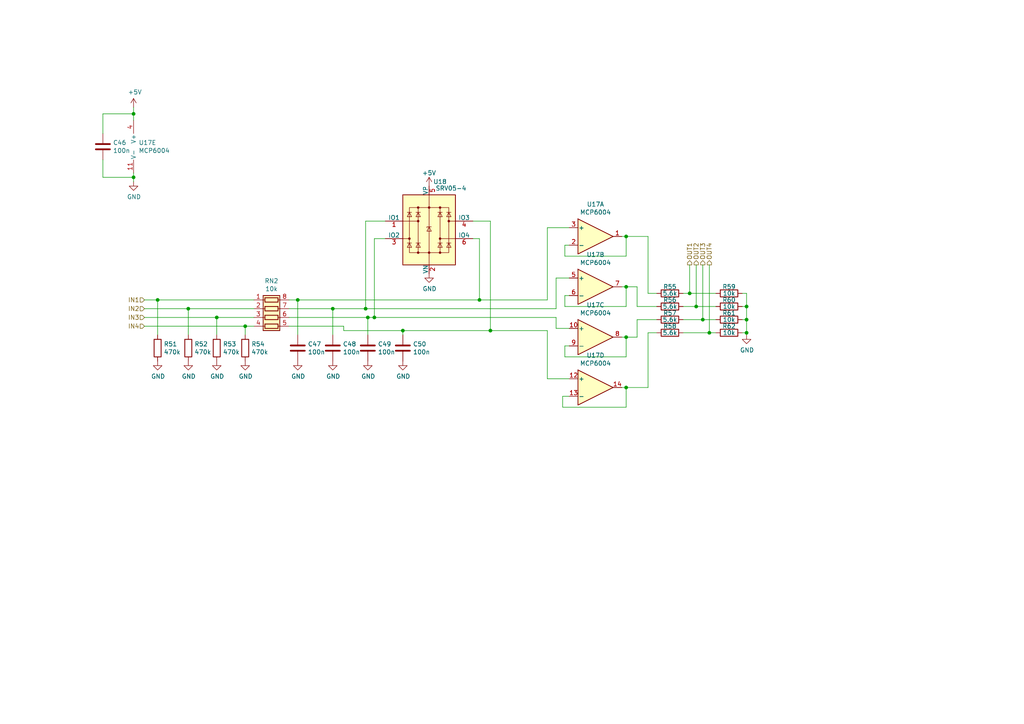
<source format=kicad_sch>
(kicad_sch (version 20230121) (generator eeschema)
  (paper "A4")
  (title_block (title "Polygonus") (date "2023-03-15") (rev "v0.7") (comment 2 "rusefi.com/s/proteus"))
  (lib_symbols
    (symbol "Amplifier_Operational:MCP6004" (pin_names (offset 0.127))
      (property "Reference" "U" (at 0 5.08 0))
      (property "Value" "MCP6004" (at 0 -5.08 0))
      (symbol "MCP6004_1_1"
        (polyline (pts (xy -5.08 5.08) (xy 5.08 0) (xy -5.08 -5.08) (xy -5.08 5.08)) (stroke (width 0.254)) (fill (type background)))
        (pin output line (at 7.62 0 180) (length 2.54) (name "~") (number "1"))
        (pin input line (at -7.62 -2.54 0) (length 2.54) (name "-") (number "2"))
        (pin input line (at -7.62 2.54 0) (length 2.54) (name "+") (number "3"))
      )
      (symbol "MCP6004_2_1"
        (polyline (pts (xy -5.08 5.08) (xy 5.08 0) (xy -5.08 -5.08) (xy -5.08 5.08)) (stroke (width 0.254)) (fill (type background)))
        (pin input line (at -7.62 2.54 0) (length 2.54) (name "+") (number "5"))
        (pin input line (at -7.62 -2.54 0) (length 2.54) (name "-") (number "6"))
        (pin output line (at 7.62 0 180) (length 2.54) (name "~") (number "7"))
      )
      (symbol "MCP6004_3_1"
        (polyline (pts (xy -5.08 5.08) (xy 5.08 0) (xy -5.08 -5.08) (xy -5.08 5.08)) (stroke (width 0.254)) (fill (type background)))
        (pin input line (at -7.62 2.54 0) (length 2.54) (name "+") (number "10"))
        (pin output line (at 7.62 0 180) (length 2.54) (name "~") (number "8"))
        (pin input line (at -7.62 -2.54 0) (length 2.54) (name "-") (number "9"))
      )
      (symbol "MCP6004_4_1"
        (polyline (pts (xy -5.08 5.08) (xy 5.08 0) (xy -5.08 -5.08) (xy -5.08 5.08)) (stroke (width 0.254)) (fill (type background)))
        (pin input line (at -7.62 2.54 0) (length 2.54) (name "+") (number "12"))
        (pin input line (at -7.62 -2.54 0) (length 2.54) (name "-") (number "13"))
        (pin output line (at 7.62 0 180) (length 2.54) (name "~") (number "14"))
      )
      (symbol "MCP6004_5_1"
        (pin power_in line (at -2.54 -7.62 90) (length 3.81) (name "V-") (number "11"))
        (pin power_in line (at -2.54 7.62 270) (length 3.81) (name "V+") (number "4"))
      )
    )
    (symbol "Device:C" (pin_numbers hide) (pin_names (offset 0.254))
      (property "Reference" "C" (at 0.635 2.54 0))
      (property "Value" "C" (at 0.635 -2.54 0))
      (symbol "C_0_1"
        (polyline (pts (xy -2.032 -0.762) (xy 2.032 -0.762)) (stroke (width 0.508)))
        (polyline (pts (xy -2.032 0.762) (xy 2.032 0.762)) (stroke (width 0.508)))
      )
      (symbol "C_1_1"
        (pin passive line (at 0 3.81 270) (length 2.794) (name "~") (number "1"))
        (pin passive line (at 0 -3.81 90) (length 2.794) (name "~") (number "2"))
      )
    )
    (symbol "Device:R" (pin_numbers hide) (pin_names (offset 0))
      (property "Reference" "R" (at 2.032 0 90))
      (property "Value" "R" (at 0 0 90))
      (symbol "R_0_1"
        (rectangle (start -1.016 -2.54) (end 1.016 2.54) (stroke (width 0.254)))
      )
      (symbol "R_1_1"
        (pin passive line (at 0 3.81 270) (length 1.27) (name "~") (number "1"))
        (pin passive line (at 0 -3.81 90) (length 1.27) (name "~") (number "2"))
      )
    )
    (symbol "Device:R_Pack04" (pin_names (offset 0) hide)
      (property "Reference" "RN" (at -7.62 0 90))
      (property "Value" "R_Pack04" (at 5.08 0 90))
      (symbol "R_Pack04_0_1"
        (rectangle (start -6.35 -2.413) (end 3.81 2.413) (stroke (width 0.254)) (fill (type background)))
        (rectangle (start -5.715 1.905) (end -4.445 -1.905) (stroke (width 0.254)))
        (rectangle (start -3.175 1.905) (end -1.905 -1.905) (stroke (width 0.254)))
        (rectangle (start -0.635 1.905) (end 0.635 -1.905) (stroke (width 0.254)))
        (polyline (pts (xy -5.08 -2.54) (xy -5.08 -1.905)))
        (polyline (pts (xy -5.08 1.905) (xy -5.08 2.54)))
        (polyline (pts (xy -2.54 -2.54) (xy -2.54 -1.905)))
        (polyline (pts (xy -2.54 1.905) (xy -2.54 2.54)))
        (polyline (pts (xy 0 -2.54) (xy 0 -1.905)))
        (polyline (pts (xy 0 1.905) (xy 0 2.54)))
        (polyline (pts (xy 2.54 -2.54) (xy 2.54 -1.905)))
        (polyline (pts (xy 2.54 1.905) (xy 2.54 2.54)))
        (rectangle (start 1.905 1.905) (end 3.175 -1.905) (stroke (width 0.254)))
      )
      (symbol "R_Pack04_1_1"
        (pin passive line (at -5.08 -5.08 90) (length 2.54) (name "R1.1") (number "1"))
        (pin passive line (at -2.54 -5.08 90) (length 2.54) (name "R2.1") (number "2"))
        (pin passive line (at 0 -5.08 90) (length 2.54) (name "R3.1") (number "3"))
        (pin passive line (at 2.54 -5.08 90) (length 2.54) (name "R4.1") (number "4"))
        (pin passive line (at 2.54 5.08 270) (length 2.54) (name "R4.2") (number "5"))
        (pin passive line (at 0 5.08 270) (length 2.54) (name "R3.2") (number "6"))
        (pin passive line (at -2.54 5.08 270) (length 2.54) (name "R2.2") (number "7"))
        (pin passive line (at -5.08 5.08 270) (length 2.54) (name "R1.2") (number "8"))
      )
    )
    (symbol "Power_Protection:SRV05-4" (pin_names (offset 0))
      (property "Reference" "U" (at -5.08 11.43 0))
      (property "Value" "SRV05-4" (at 2.54 11.43 0))
      (symbol "SRV05-4_0_0"
        (rectangle (start -5.715 6.477) (end 5.715 -6.604))
        (polyline (pts (xy -3.175 -6.604) (xy -3.175 6.477)))
        (polyline (pts (xy 3.175 6.477) (xy 3.175 -6.604)))
      )
      (symbol "SRV05-4_0_1"
        (rectangle (start -7.62 10.16) (end 7.62 -10.16) (stroke (width 0.254)) (fill (type background)))
        (circle (center -5.715 -2.54) (radius 0.2794) (fill (type outline)))
        (circle (center -3.175 -6.604) (radius 0.2794) (fill (type outline)))
        (circle (center -3.175 2.54) (radius 0.2794) (fill (type outline)))
        (circle (center -3.175 6.477) (radius 0.2794) (fill (type outline)))
        (circle (center 0 -6.604) (radius 0.2794) (fill (type outline)))
        (polyline (pts (xy -7.747 2.54) (xy -3.175 2.54)))
        (polyline (pts (xy -7.62 -2.54) (xy -5.715 -2.54)))
        (polyline (pts (xy -5.08 -3.81) (xy -6.35 -3.81)))
        (polyline (pts (xy -5.08 5.08) (xy -6.35 5.08)))
        (polyline (pts (xy -2.54 -3.81) (xy -3.81 -3.81)))
        (polyline (pts (xy -2.54 5.08) (xy -3.81 5.08)))
        (polyline (pts (xy 0 10.16) (xy 0 -10.16)))
        (polyline (pts (xy 3.81 -3.81) (xy 2.54 -3.81)))
        (polyline (pts (xy 3.81 5.08) (xy 2.54 5.08)))
        (polyline (pts (xy 6.35 -3.81) (xy 5.08 -3.81)))
        (polyline (pts (xy 6.35 5.08) (xy 5.08 5.08)))
        (polyline (pts (xy 7.62 -2.54) (xy 3.175 -2.54)))
        (polyline (pts (xy 7.62 2.54) (xy 5.715 2.54)))
        (polyline (pts (xy 0.635 0.889) (xy -0.635 0.889) (xy -0.635 0.635)))
        (polyline (pts (xy -5.08 -5.08) (xy -6.35 -5.08) (xy -5.715 -3.81) (xy -5.08 -5.08)))
        (polyline (pts (xy -5.08 3.81) (xy -6.35 3.81) (xy -5.715 5.08) (xy -5.08 3.81)))
        (polyline (pts (xy -2.54 -5.08) (xy -3.81 -5.08) (xy -3.175 -3.81) (xy -2.54 -5.08)))
        (polyline (pts (xy -2.54 3.81) (xy -3.81 3.81) (xy -3.175 5.08) (xy -2.54 3.81)))
        (polyline (pts (xy 0.635 -0.381) (xy -0.635 -0.381) (xy 0 0.889) (xy 0.635 -0.381)))
        (polyline (pts (xy 3.81 -5.08) (xy 2.54 -5.08) (xy 3.175 -3.81) (xy 3.81 -5.08)))
        (polyline (pts (xy 3.81 3.81) (xy 2.54 3.81) (xy 3.175 5.08) (xy 3.81 3.81)))
        (polyline (pts (xy 6.35 -5.08) (xy 5.08 -5.08) (xy 5.715 -3.81) (xy 6.35 -5.08)))
        (polyline (pts (xy 6.35 3.81) (xy 5.08 3.81) (xy 5.715 5.08) (xy 6.35 3.81)))
        (circle (center 0 6.477) (radius 0.2794) (fill (type outline)))
        (circle (center 3.175 -6.604) (radius 0.2794) (fill (type outline)))
        (circle (center 3.175 -2.54) (radius 0.2794) (fill (type outline)))
        (circle (center 3.175 6.477) (radius 0.2794) (fill (type outline)))
        (circle (center 5.715 2.54) (radius 0.2794) (fill (type outline)))
      )
      (symbol "SRV05-4_1_1"
        (pin passive line (at -12.7 2.54 0) (length 5.08) (name "IO1") (number "1"))
        (pin passive line (at 0 -12.7 90) (length 2.54) (name "VN") (number "2"))
        (pin passive line (at -12.7 -2.54 0) (length 5.08) (name "IO2") (number "3"))
        (pin passive line (at 12.7 2.54 180) (length 5.08) (name "IO3") (number "4"))
        (pin passive line (at 0 12.7 270) (length 2.54) (name "VP") (number "5"))
        (pin passive line (at 12.7 -2.54 180) (length 5.08) (name "IO4") (number "6"))
      )
    )
    (symbol "power:+5V" (power) (pin_names (offset 0))
      (property "Value" "+5V" (at 0 3.556 0))
      (symbol "+5V_0_1"
        (polyline (pts (xy -0.762 1.27) (xy 0 2.54)))
        (polyline (pts (xy 0 0) (xy 0 2.54)))
        (polyline (pts (xy 0 2.54) (xy 0.762 1.27)))
      )
      (symbol "+5V_1_1"
        (pin power_in line (at 0 0 90) (length 0) hide (name "+5V") (number "1"))
      )
    )
    (symbol "power:GND" (power) (pin_names (offset 0))
      (property "Value" "GND" (at 0 -3.81 0))
      (symbol "GND_0_1"
        (polyline (pts (xy 0 0) (xy 0 -1.27) (xy 1.27 -1.27) (xy 0 -2.54) (xy -1.27 -1.27) (xy 0 -1.27)))
      )
      (symbol "GND_1_1"
        (pin power_in line (at 0 0 270) (length 0) hide (name "GND") (number "1"))
      )
    )
  )
  (junction (at 54.61 89.535))
  (junction (at 139.065 86.995))
  (junction (at 203.835 92.71))
  (junction (at 106.68 92.075))
  (junction (at 181.61 68.58))
  (junction (at 142.24 95.885))
  (junction (at 201.93 88.9))
  (junction (at 181.61 112.395))
  (junction (at 216.535 96.52))
  (junction (at 86.36 86.995))
  (junction (at 116.84 95.885))
  (junction (at 205.74 96.52))
  (junction (at 38.735 33.02))
  (junction (at 181.61 97.79))
  (junction (at 71.12 94.615))
  (junction (at 38.735 51.435))
  (junction (at 62.865 92.075))
  (junction (at 108.585 92.075))
  (junction (at 106.045 89.535))
  (junction (at 216.535 88.9))
  (junction (at 181.61 83.185))
  (junction (at 45.72 86.995))
  (junction (at 216.535 92.71))
  (junction (at 96.52 89.535))
  (junction (at 200.025 85.09))
  (wire (pts (xy 216.535 92.71) (xy 215.265 92.71)))
  (wire (pts (xy 216.535 96.52) (xy 216.535 92.71)))
  (wire (pts (xy 184.785 83.185) (xy 184.785 88.9)))
  (wire (pts (xy 207.645 88.9) (xy 201.93 88.9)))
  (wire (pts (xy 181.61 88.9) (xy 181.61 83.185)))
  (wire (pts (xy 165.1 80.645) (xy 161.29 80.645)))
  (wire (pts (xy 203.835 92.71) (xy 207.645 92.71)))
  (wire (pts (xy 187.96 112.395) (xy 181.61 112.395)))
  (wire (pts (xy 163.83 85.725) (xy 163.83 88.9)))
  (wire (pts (xy 99.695 94.615) (xy 99.695 95.885)))
  (wire (pts (xy 201.93 88.9) (xy 198.12 88.9)))
  (wire (pts (xy 71.12 97.155) (xy 71.12 94.615)))
  (wire (pts (xy 190.5 85.09) (xy 187.96 85.09)))
  (wire (pts (xy 181.61 68.58) (xy 180.34 68.58)))
  (wire (pts (xy 83.82 92.075) (xy 106.68 92.075)))
  (wire (pts (xy 38.735 52.705) (xy 38.735 51.435)))
  (wire (pts (xy 106.045 89.535) (xy 161.29 89.535)))
  (wire (pts (xy 198.12 85.09) (xy 200.025 85.09)))
  (wire (pts (xy 38.735 51.435) (xy 38.735 50.165)))
  (wire (pts (xy 161.29 92.075) (xy 161.29 95.25)))
  (wire (pts (xy 181.61 74.295) (xy 181.61 68.58)))
  (wire (pts (xy 163.195 114.935) (xy 163.195 118.11)))
  (wire (pts (xy 205.74 96.52) (xy 198.12 96.52)))
  (wire (pts (xy 41.91 86.995) (xy 45.72 86.995)))
  (wire (pts (xy 161.29 95.25) (xy 165.1 95.25)))
  (wire (pts (xy 181.61 112.395) (xy 180.34 112.395)))
  (wire (pts (xy 187.96 68.58) (xy 181.61 68.58)))
  (wire (pts (xy 142.24 95.885) (xy 158.75 95.885)))
  (wire (pts (xy 158.75 86.995) (xy 158.75 66.04)))
  (wire (pts (xy 54.61 89.535) (xy 41.91 89.535)))
  (wire (pts (xy 71.12 94.615) (xy 41.91 94.615)))
  (wire (pts (xy 163.83 71.12) (xy 163.83 74.295)))
  (wire (pts (xy 158.75 109.855) (xy 165.1 109.855)))
  (wire (pts (xy 181.61 97.79) (xy 184.785 97.79)))
  (wire (pts (xy 71.12 94.615) (xy 73.66 94.615)))
  (wire (pts (xy 45.72 86.995) (xy 45.72 97.155)))
  (wire (pts (xy 216.535 96.52) (xy 215.265 96.52)))
  (wire (pts (xy 181.61 118.11) (xy 181.61 112.395)))
  (wire (pts (xy 216.535 88.9) (xy 215.265 88.9)))
  (wire (pts (xy 106.68 92.075) (xy 108.585 92.075)))
  (wire (pts (xy 106.045 64.135) (xy 106.045 89.535)))
  (wire (pts (xy 62.865 92.075) (xy 62.865 97.155)))
  (wire (pts (xy 200.025 85.09) (xy 200.025 76.835)))
  (wire (pts (xy 73.66 92.075) (xy 62.865 92.075)))
  (wire (pts (xy 108.585 69.215) (xy 108.585 92.075)))
  (wire (pts (xy 187.96 96.52) (xy 187.96 112.395)))
  (wire (pts (xy 181.61 83.185) (xy 184.785 83.185)))
  (wire (pts (xy 163.195 118.11) (xy 181.61 118.11)))
  (wire (pts (xy 38.735 51.435) (xy 29.845 51.435)))
  (wire (pts (xy 198.12 92.71) (xy 203.835 92.71)))
  (wire (pts (xy 99.695 95.885) (xy 116.84 95.885)))
  (wire (pts (xy 181.61 103.505) (xy 181.61 97.79)))
  (wire (pts (xy 137.16 64.135) (xy 142.24 64.135)))
  (wire (pts (xy 184.785 88.9) (xy 190.5 88.9)))
  (wire (pts (xy 86.36 86.995) (xy 83.82 86.995)))
  (wire (pts (xy 38.735 31.115) (xy 38.735 33.02)))
  (wire (pts (xy 139.065 86.995) (xy 158.75 86.995)))
  (wire (pts (xy 54.61 97.155) (xy 54.61 89.535)))
  (wire (pts (xy 45.72 86.995) (xy 73.66 86.995)))
  (wire (pts (xy 96.52 89.535) (xy 96.52 97.155)))
  (wire (pts (xy 38.735 33.02) (xy 38.735 34.925)))
  (wire (pts (xy 29.845 33.02) (xy 38.735 33.02)))
  (wire (pts (xy 216.535 92.71) (xy 216.535 88.9)))
  (wire (pts (xy 207.645 96.52) (xy 205.74 96.52)))
  (wire (pts (xy 158.75 95.885) (xy 158.75 109.855)))
  (wire (pts (xy 29.845 38.735) (xy 29.845 33.02)))
  (wire (pts (xy 200.025 85.09) (xy 207.645 85.09)))
  (wire (pts (xy 161.29 80.645) (xy 161.29 89.535)))
  (wire (pts (xy 86.36 97.155) (xy 86.36 86.995)))
  (wire (pts (xy 108.585 92.075) (xy 161.29 92.075)))
  (wire (pts (xy 137.16 69.215) (xy 139.065 69.215)))
  (wire (pts (xy 184.785 97.79) (xy 184.785 92.71)))
  (wire (pts (xy 41.91 92.075) (xy 62.865 92.075)))
  (wire (pts (xy 54.61 89.535) (xy 73.66 89.535)))
  (wire (pts (xy 139.065 69.215) (xy 139.065 86.995)))
  (wire (pts (xy 165.1 71.12) (xy 163.83 71.12)))
  (wire (pts (xy 106.68 92.075) (xy 106.68 97.155)))
  (wire (pts (xy 163.83 100.33) (xy 163.83 103.505)))
  (wire (pts (xy 83.82 94.615) (xy 99.695 94.615)))
  (wire (pts (xy 111.76 64.135) (xy 106.045 64.135)))
  (wire (pts (xy 165.1 85.725) (xy 163.83 85.725)))
  (wire (pts (xy 96.52 89.535) (xy 106.045 89.535)))
  (wire (pts (xy 163.83 88.9) (xy 181.61 88.9)))
  (wire (pts (xy 215.265 85.09) (xy 216.535 85.09)))
  (wire (pts (xy 201.93 76.835) (xy 201.93 88.9)))
  (wire (pts (xy 205.74 96.52) (xy 205.74 76.835)))
  (wire (pts (xy 165.1 114.935) (xy 163.195 114.935)))
  (wire (pts (xy 29.845 51.435) (xy 29.845 46.355)))
  (wire (pts (xy 203.835 76.835) (xy 203.835 92.71)))
  (wire (pts (xy 181.61 83.185) (xy 180.34 83.185)))
  (wire (pts (xy 187.96 85.09) (xy 187.96 68.58)))
  (wire (pts (xy 163.83 103.505) (xy 181.61 103.505)))
  (wire (pts (xy 181.61 97.79) (xy 180.34 97.79)))
  (wire (pts (xy 216.535 97.155) (xy 216.535 96.52)))
  (wire (pts (xy 158.75 66.04) (xy 165.1 66.04)))
  (wire (pts (xy 116.84 95.885) (xy 142.24 95.885)))
  (wire (pts (xy 116.84 97.155) (xy 116.84 95.885)))
  (wire (pts (xy 165.1 100.33) (xy 163.83 100.33)))
  (wire (pts (xy 83.82 89.535) (xy 96.52 89.535)))
  (wire (pts (xy 184.785 92.71) (xy 190.5 92.71)))
  (wire (pts (xy 111.76 69.215) (xy 108.585 69.215)))
  (wire (pts (xy 163.83 74.295) (xy 181.61 74.295)))
  (wire (pts (xy 86.36 86.995) (xy 139.065 86.995)))
  (wire (pts (xy 190.5 96.52) (xy 187.96 96.52)))
  (wire (pts (xy 142.24 64.135) (xy 142.24 95.885)))
  (wire (pts (xy 216.535 85.09) (xy 216.535 88.9)))
  (hierarchical_label "OUT1" (shape output) (at 200.025 76.835 90))
  (hierarchical_label "OUT4" (shape output) (at 205.74 76.835 90))
  (hierarchical_label "OUT2" (shape output) (at 201.93 76.835 90))
  (hierarchical_label "IN2" (shape input) (at 41.91 89.535 180))
  (hierarchical_label "OUT3" (shape output) (at 203.835 76.835 90))
  (hierarchical_label "IN3" (shape input) (at 41.91 92.075 180))
  (hierarchical_label "IN1" (shape input) (at 41.91 86.995 180))
  (hierarchical_label "IN4" (shape input) (at 41.91 94.615 180))
  (symbol (lib_id "Amplifier_Operational:MCP6004") (at 172.72 68.58 0) (unit 1)
    (property "Reference" "U17" (at 172.72 59.2582 0))
    (property "Value" "MCP6004" (at 172.72 61.5696 0))
    (property "Footprint" "Package_SO:TSSOP-14_4.4x5mm_P0.65mm" (effects hide))
    (property "Datasheet" "http://ww1.microchip.com/downloads/en/DeviceDoc/21733j.pdf" (effects hide))
    (property "PN" "MCP6004T-I/ST" (effects hide))
    (property "LCSC" "C50282" (effects hide))
    (property "LCSC_ext" "1" (effects hide))
    (property "possible_not_ext" "1" (effects hide))
    (instances (project "polygonus-Shortage-Version" (path "" (reference "U17") (unit 1)) (path "" (reference "U19") (unit 1)) (path "" (reference "U21") (unit 1))))
  )
  (symbol (lib_id "Amplifier_Operational:MCP6004") (at 172.72 83.185 0) (unit 2)
    (property "Reference" "U17" (at 172.72 73.8632 0))
    (property "Value" "MCP6004" (at 172.72 76.1746 0))
    (property "Footprint" "Package_SO:TSSOP-14_4.4x5mm_P0.65mm" (effects hide))
    (property "Datasheet" "http://ww1.microchip.com/downloads/en/DeviceDoc/21733j.pdf" (effects hide))
    (property "PN" "MCP6004T-I/ST" (effects hide))
    (property "LCSC" "C50282" (effects hide))
    (property "LCSC_ext" "1" (effects hide))
    (property "possible_not_ext" "1" (effects hide))
    (instances (project "polygonus-Shortage-Version" (path "" (reference "U17") (unit 2)) (path "" (reference "U19") (unit 2)) (path "" (reference "U21") (unit 2))))
  )
  (symbol (lib_id "Amplifier_Operational:MCP6004") (at 172.72 97.79 0) (unit 3)
    (property "Reference" "U17" (at 172.72 88.4682 0))
    (property "Value" "MCP6004" (at 172.72 90.7796 0))
    (property "Footprint" "Package_SO:TSSOP-14_4.4x5mm_P0.65mm" (effects hide))
    (property "Datasheet" "http://ww1.microchip.com/downloads/en/DeviceDoc/21733j.pdf" (effects hide))
    (property "PN" "MCP6004T-I/ST" (effects hide))
    (property "LCSC" "C50282" (effects hide))
    (property "LCSC_ext" "1" (effects hide))
    (property "possible_not_ext" "1" (effects hide))
    (instances (project "polygonus-Shortage-Version" (path "" (reference "U17") (unit 3)) (path "" (reference "U19") (unit 3)) (path "" (reference "U21") (unit 3))))
  )
  (symbol (lib_id "Amplifier_Operational:MCP6004") (at 172.72 112.395 0) (unit 4)
    (property "Reference" "U17" (at 172.72 103.0732 0))
    (property "Value" "MCP6004" (at 172.72 105.3846 0))
    (property "Footprint" "Package_SO:TSSOP-14_4.4x5mm_P0.65mm" (effects hide))
    (property "Datasheet" "http://ww1.microchip.com/downloads/en/DeviceDoc/21733j.pdf" (effects hide))
    (property "PN" "MCP6004T-I/ST" (effects hide))
    (property "LCSC" "C50282" (effects hide))
    (property "LCSC_ext" "1" (effects hide))
    (property "possible_not_ext" "1" (effects hide))
    (instances (project "polygonus-Shortage-Version" (path "" (reference "U17") (unit 4)) (path "" (reference "U19") (unit 4)) (path "" (reference "U21") (unit 4))))
  )
  (symbol (lib_id "Device:R") (at 54.61 100.965 0) (unit 1)
    (property "Reference" "R52" (at 56.388 99.7966 0) (effects (justify left)))
    (property "Value" "470k" (at 56.388 102.108 0) (effects (justify left)))
    (property "Footprint" "Resistor_SMD:R_0402_1005Metric" (effects hide))
    (property "LCSC" "C25790" (effects hide))
    (property "LCSC_ext" "0" (effects hide))
    (instances (project "polygonus-Shortage-Version" (path "" (reference "R52") (unit 1)) (path "" (reference "R64") (unit 1)) (path "" (reference "R76") (unit 1))))
  )
  (symbol (lib_id "Device:R") (at 62.865 100.965 0) (unit 1)
    (property "Reference" "R53" (at 64.643 99.7966 0) (effects (justify left)))
    (property "Value" "470k" (at 64.643 102.108 0) (effects (justify left)))
    (property "Footprint" "Resistor_SMD:R_0402_1005Metric" (effects hide))
    (property "LCSC" "C25790" (effects hide))
    (property "LCSC_ext" "0" (effects hide))
    (instances (project "polygonus-Shortage-Version" (path "" (reference "R53") (unit 1)) (path "" (reference "R65") (unit 1)) (path "" (reference "R77") (unit 1))))
  )
  (symbol (lib_id "Device:R") (at 71.12 100.965 0) (unit 1)
    (property "Reference" "R54" (at 72.898 99.7966 0) (effects (justify left)))
    (property "Value" "470k" (at 72.898 102.108 0) (effects (justify left)))
    (property "Footprint" "Resistor_SMD:R_0402_1005Metric" (effects hide))
    (property "LCSC" "C25790" (effects hide))
    (property "LCSC_ext" "0" (effects hide))
    (instances (project "polygonus-Shortage-Version" (path "" (reference "R54") (unit 1)) (path "" (reference "R66") (unit 1)) (path "" (reference "R78") (unit 1))))
  )
  (symbol (lib_id "power:GND") (at 45.72 104.775 0) (unit 1)
    (property "Reference" "#PWR0105" (effects hide))
    (property "Value" "GND" (at 45.847 109.1692 0))
    (instances (project "polygonus-Shortage-Version" (path "" (reference "#PWR0105") (unit 1)) (path "" (reference "#PWR0118") (unit 1)) (path "" (reference "#PWR0131") (unit 1))))
  )
  (symbol (lib_id "power:GND") (at 54.61 104.775 0) (unit 1)
    (property "Reference" "#PWR0106" (effects hide))
    (property "Value" "GND" (at 54.737 109.1692 0))
    (instances (project "polygonus-Shortage-Version" (path "" (reference "#PWR0106") (unit 1)) (path "" (reference "#PWR0119") (unit 1)) (path "" (reference "#PWR0132") (unit 1))))
  )
  (symbol (lib_id "power:GND") (at 62.865 104.775 0) (unit 1)
    (property "Reference" "#PWR0107" (effects hide))
    (property "Value" "GND" (at 62.992 109.1692 0))
    (instances (project "polygonus-Shortage-Version" (path "" (reference "#PWR0107") (unit 1)) (path "" (reference "#PWR0120") (unit 1)) (path "" (reference "#PWR0133") (unit 1))))
  )
  (symbol (lib_id "power:GND") (at 71.12 104.775 0) (unit 1)
    (property "Reference" "#PWR0108" (effects hide))
    (property "Value" "GND" (at 71.247 109.1692 0))
    (instances (project "polygonus-Shortage-Version" (path "" (reference "#PWR0108") (unit 1)) (path "" (reference "#PWR0121") (unit 1)) (path "" (reference "#PWR0134") (unit 1))))
  )
  (symbol (lib_id "power:GND") (at 86.36 104.775 0) (unit 1)
    (property "Reference" "#PWR0109" (effects hide))
    (property "Value" "GND" (at 86.487 109.1692 0))
    (instances (project "polygonus-Shortage-Version" (path "" (reference "#PWR0109") (unit 1)) (path "" (reference "#PWR0122") (unit 1)) (path "" (reference "#PWR0135") (unit 1))))
  )
  (symbol (lib_id "power:GND") (at 96.52 104.775 0) (unit 1)
    (property "Reference" "#PWR0110" (effects hide))
    (property "Value" "GND" (at 96.647 109.1692 0))
    (instances (project "polygonus-Shortage-Version" (path "" (reference "#PWR0110") (unit 1)) (path "" (reference "#PWR0123") (unit 1)) (path "" (reference "#PWR0136") (unit 1))))
  )
  (symbol (lib_id "Amplifier_Operational:MCP6004") (at 41.275 42.545 0) (unit 5)
    (property "Reference" "U17" (at 40.2082 41.3766 0) (effects (justify left)))
    (property "Value" "MCP6004" (at 40.2082 43.688 0) (effects (justify left)))
    (property "Footprint" "Package_SO:TSSOP-14_4.4x5mm_P0.65mm" (effects hide))
    (property "Datasheet" "http://ww1.microchip.com/downloads/en/DeviceDoc/21733j.pdf" (effects hide))
    (property "PN" "MCP6004T-I/ST" (effects hide))
    (property "LCSC" "C50282" (effects hide))
    (property "LCSC_ext" "1" (effects hide))
    (property "possible_not_ext" "1" (effects hide))
    (instances (project "polygonus-Shortage-Version" (path "" (reference "U17") (unit 5)) (path "" (reference "U19") (unit 5)) (path "" (reference "U21") (unit 5))))
  )
  (symbol (lib_id "Device:R_Pack04") (at 78.74 92.075 270) (unit 1)
    (property "Reference" "RN2" (at 78.74 81.4832 90))
    (property "Value" "10k" (at 78.74 83.7946 90))
    (property "Footprint" "Resistor_SMD:R_Array_Convex_4x0603" (effects hide))
    (property "PN" "CAT16-1002F4LF" (effects hide))
    (property "LCSC" "C29718" (effects hide))
    (property "LCSC_ext" "0" (effects hide))
    (instances (project "polygonus-Shortage-Version" (path "" (reference "RN2") (unit 1)) (path "" (reference "RN3") (unit 1)) (path "" (reference "RN4") (unit 1))))
  )
  (symbol (lib_id "Device:R") (at 45.72 100.965 0) (unit 1)
    (property "Reference" "R51" (at 47.498 99.7966 0) (effects (justify left)))
    (property "Value" "470k" (at 47.498 102.108 0) (effects (justify left)))
    (property "Footprint" "Resistor_SMD:R_0402_1005Metric" (effects hide))
    (property "LCSC" "C25790" (effects hide))
    (property "LCSC_ext" "0" (effects hide))
    (instances (project "polygonus-Shortage-Version" (path "" (reference "R51") (unit 1)) (path "" (reference "R63") (unit 1)) (path "" (reference "R75") (unit 1))))
  )
  (symbol (lib_id "Device:C") (at 29.845 42.545 0) (unit 1)
    (property "Reference" "C46" (at 32.766 41.3766 0) (effects (justify left)))
    (property "Value" "100n" (at 32.766 43.688 0) (effects (justify left)))
    (property "Footprint" "Capacitor_SMD:C_0603_1608Metric" (effects hide))
    (property "LCSC" "C14663" (effects hide))
    (property "LCSC_ext" "0" (effects hide))
    (instances (project "polygonus-Shortage-Version" (path "" (reference "C46") (unit 1)) (path "" (reference "C51") (unit 1)) (path "" (reference "C56") (unit 1))))
  )
  (symbol (lib_id "power:GND") (at 38.735 52.705 0) (unit 1)
    (property "Reference" "#PWR0104" (effects hide))
    (property "Value" "GND" (at 38.862 57.0992 0))
    (instances (project "polygonus-Shortage-Version" (path "" (reference "#PWR0104") (unit 1)) (path "" (reference "#PWR0117") (unit 1)) (path "" (reference "#PWR0130") (unit 1))))
  )
  (symbol (lib_id "power:GND") (at 106.68 104.775 0) (unit 1)
    (property "Reference" "#PWR0111" (effects hide))
    (property "Value" "GND" (at 106.807 109.1692 0))
    (instances (project "polygonus-Shortage-Version" (path "" (reference "#PWR0111") (unit 1)) (path "" (reference "#PWR0124") (unit 1)) (path "" (reference "#PWR0137") (unit 1))))
  )
  (symbol (lib_id "power:GND") (at 116.84 104.775 0) (unit 1)
    (property "Reference" "#PWR0112" (effects hide))
    (property "Value" "GND" (at 116.967 109.1692 0))
    (instances (project "polygonus-Shortage-Version" (path "" (reference "#PWR0112") (unit 1)) (path "" (reference "#PWR0125") (unit 1)) (path "" (reference "#PWR0138") (unit 1))))
  )
  (symbol (lib_id "power:GND") (at 216.535 97.155 0) (unit 1)
    (property "Reference" "#PWR0115" (effects hide))
    (property "Value" "GND" (at 216.662 101.5492 0))
    (instances (project "polygonus-Shortage-Version" (path "" (reference "#PWR0115") (unit 1)) (path "" (reference "#PWR0128") (unit 1)) (path "" (reference "#PWR0141") (unit 1))))
  )
  (symbol (lib_id "power:+5V") (at 38.735 31.115 0) (unit 1)
    (property "Reference" "#PWR0103" (effects hide))
    (property "Value" "+5V" (at 39.116 26.7208 0))
    (instances (project "polygonus-Shortage-Version" (path "" (reference "#PWR0103") (unit 1)) (path "" (reference "#PWR0116") (unit 1)) (path "" (reference "#PWR0129") (unit 1))))
  )
  (symbol (lib_id "Device:R") (at 194.31 85.09 270) (unit 1)
    (property "Reference" "R55" (at 194.31 83.185 90))
    (property "Value" "5.6k" (at 194.31 85.09 90))
    (property "Footprint" "Resistor_SMD:R_0402_1005Metric" (effects hide))
    (property "LCSC" "C25908" (effects hide))
    (property "LCSC_ext" "0" (effects hide))
    (instances (project "polygonus-Shortage-Version" (path "" (reference "R55") (unit 1)) (path "" (reference "R67") (unit 1)) (path "" (reference "R79") (unit 1))))
  )
  (symbol (lib_id "Device:R") (at 194.31 88.9 270) (unit 1)
    (property "Reference" "R56" (at 194.31 86.995 90))
    (property "Value" "5.6k" (at 194.31 88.9 90))
    (property "Footprint" "Resistor_SMD:R_0402_1005Metric" (effects hide))
    (property "LCSC" "C25908" (effects hide))
    (property "LCSC_ext" "0" (effects hide))
    (instances (project "polygonus-Shortage-Version" (path "" (reference "R56") (unit 1)) (path "" (reference "R68") (unit 1)) (path "" (reference "R80") (unit 1))))
  )
  (symbol (lib_id "Device:R") (at 194.31 92.71 270) (unit 1)
    (property "Reference" "R57" (at 194.31 90.805 90))
    (property "Value" "5.6k" (at 194.31 92.71 90))
    (property "Footprint" "Resistor_SMD:R_0402_1005Metric" (effects hide))
    (property "LCSC" "C25908" (effects hide))
    (property "LCSC_ext" "0" (effects hide))
    (instances (project "polygonus-Shortage-Version" (path "" (reference "R57") (unit 1)) (path "" (reference "R69") (unit 1)) (path "" (reference "R81") (unit 1))))
  )
  (symbol (lib_id "Device:R") (at 194.31 96.52 270) (unit 1)
    (property "Reference" "R58" (at 194.31 94.615 90))
    (property "Value" "5.6k" (at 194.31 96.52 90))
    (property "Footprint" "Resistor_SMD:R_0402_1005Metric" (effects hide))
    (property "LCSC" "C25908" (effects hide))
    (property "LCSC_ext" "0" (effects hide))
    (instances (project "polygonus-Shortage-Version" (path "" (reference "R58") (unit 1)) (path "" (reference "R70") (unit 1)) (path "" (reference "R82") (unit 1))))
  )
  (symbol (lib_id "Device:R") (at 211.455 85.09 270) (unit 1)
    (property "Reference" "R59" (at 211.455 83.185 90))
    (property "Value" "10k" (at 211.455 85.09 90))
    (property "Footprint" "Resistor_SMD:R_0402_1005Metric" (effects hide))
    (property "LCSC" "C25744" (effects hide))
    (property "LCSC_ext" "0" (effects hide))
    (instances (project "polygonus-Shortage-Version" (path "" (reference "R59") (unit 1)) (path "" (reference "R71") (unit 1)) (path "" (reference "R83") (unit 1))))
  )
  (symbol (lib_id "Device:R") (at 211.455 88.9 270) (unit 1)
    (property "Reference" "R60" (at 211.455 86.995 90))
    (property "Value" "10k" (at 211.455 88.9 90))
    (property "Footprint" "Resistor_SMD:R_0402_1005Metric" (effects hide))
    (property "LCSC" "C25744" (effects hide))
    (property "LCSC_ext" "0" (effects hide))
    (instances (project "polygonus-Shortage-Version" (path "" (reference "R60") (unit 1)) (path "" (reference "R72") (unit 1)) (path "" (reference "R84") (unit 1))))
  )
  (symbol (lib_id "Device:R") (at 211.455 92.71 270) (unit 1)
    (property "Reference" "R61" (at 211.455 90.805 90))
    (property "Value" "10k" (at 211.455 92.71 90))
    (property "Footprint" "Resistor_SMD:R_0402_1005Metric" (effects hide))
    (property "LCSC" "C25744" (effects hide))
    (property "LCSC_ext" "0" (effects hide))
    (instances (project "polygonus-Shortage-Version" (path "" (reference "R61") (unit 1)) (path "" (reference "R73") (unit 1)) (path "" (reference "R85") (unit 1))))
  )
  (symbol (lib_id "Device:R") (at 211.455 96.52 270) (unit 1)
    (property "Reference" "R62" (at 211.455 94.615 90))
    (property "Value" "10k" (at 211.455 96.52 90))
    (property "Footprint" "Resistor_SMD:R_0402_1005Metric" (effects hide))
    (property "LCSC" "C25744" (effects hide))
    (property "LCSC_ext" "0" (effects hide))
    (instances (project "polygonus-Shortage-Version" (path "" (reference "R62") (unit 1)) (path "" (reference "R74") (unit 1)) (path "" (reference "R86") (unit 1))))
  )
  (symbol (lib_id "Device:C") (at 86.36 100.965 0) (unit 1)
    (property "Reference" "C47" (at 89.281 99.7966 0) (effects (justify left)))
    (property "Value" "100n" (at 89.281 102.108 0) (effects (justify left)))
    (property "Footprint" "Capacitor_SMD:C_0402_1005Metric" (effects hide))
    (property "LCSC" "C1525" (effects hide))
    (property "LCSC_ext" "0" (effects hide))
    (instances (project "polygonus-Shortage-Version" (path "" (reference "C47") (unit 1)) (path "" (reference "C52") (unit 1)) (path "" (reference "C57") (unit 1))))
  )
  (symbol (lib_id "Device:C") (at 96.52 100.965 0) (unit 1)
    (property "Reference" "C48" (at 99.441 99.7966 0) (effects (justify left)))
    (property "Value" "100n" (at 99.441 102.108 0) (effects (justify left)))
    (property "Footprint" "Capacitor_SMD:C_0402_1005Metric" (effects hide))
    (property "LCSC" "C1525" (effects hide))
    (property "LCSC_ext" "0" (effects hide))
    (instances (project "polygonus-Shortage-Version" (path "" (reference "C48") (unit 1)) (path "" (reference "C53") (unit 1)) (path "" (reference "C58") (unit 1))))
  )
  (symbol (lib_id "Device:C") (at 106.68 100.965 0) (unit 1)
    (property "Reference" "C49" (at 109.601 99.7966 0) (effects (justify left)))
    (property "Value" "100n" (at 109.601 102.108 0) (effects (justify left)))
    (property "Footprint" "Capacitor_SMD:C_0402_1005Metric" (effects hide))
    (property "LCSC" "C1525" (effects hide))
    (property "LCSC_ext" "0" (effects hide))
    (instances (project "polygonus-Shortage-Version" (path "" (reference "C49") (unit 1)) (path "" (reference "C54") (unit 1)) (path "" (reference "C59") (unit 1))))
  )
  (symbol (lib_id "Device:C") (at 116.84 100.965 0) (unit 1)
    (property "Reference" "C50" (at 119.761 99.7966 0) (effects (justify left)))
    (property "Value" "100n" (at 119.761 102.108 0) (effects (justify left)))
    (property "Footprint" "Capacitor_SMD:C_0402_1005Metric" (effects hide))
    (property "LCSC" "C1525" (effects hide))
    (property "LCSC_ext" "0" (effects hide))
    (instances (project "polygonus-Shortage-Version" (path "" (reference "C50") (unit 1)) (path "" (reference "C55") (unit 1)) (path "" (reference "C60") (unit 1))))
  )
  (symbol (lib_id "Power_Protection:SRV05-4") (at 124.46 66.675 0) (unit 1)
    (property "Reference" "U18" (at 127.635 52.705 0))
    (property "Value" "SRV05-4" (at 130.81 54.61 0))
    (property "Footprint" "Package_TO_SOT_SMD:SOT-23-6" (effects hide))
    (property "Datasheet" "http://www.onsemi.com/pub/Collateral/SRV05-4-D.PDF" (effects hide))
    (property "LCSC" "C85364" (effects hide))
    (property "LCSC_ext" "0" (effects hide))
    (instances (project "polygonus-Shortage-Version" (path "" (reference "U18") (unit 1)) (path "" (reference "U20") (unit 1)) (path "" (reference "U22") (unit 1))))
  )
  (symbol (lib_id "power:GND") (at 124.46 79.375 0) (unit 1)
    (property "Reference" "#PWR0114" (effects hide))
    (property "Value" "GND" (at 124.587 83.7692 0))
    (instances (project "polygonus-Shortage-Version" (path "" (reference "#PWR0114") (unit 1)) (path "" (reference "#PWR0127") (unit 1)) (path "" (reference "#PWR0140") (unit 1))))
  )
  (symbol (lib_id "power:+5V") (at 124.46 53.975 0) (unit 1)
    (property "Reference" "#PWR0113" (effects hide))
    (property "Value" "+5V" (at 124.46 50.165 0))
    (instances (project "polygonus-Shortage-Version" (path "" (reference "#PWR0113") (unit 1)) (path "" (reference "#PWR0126") (unit 1)) (path "" (reference "#PWR0139") (unit 1))))
  )
)
</source>
